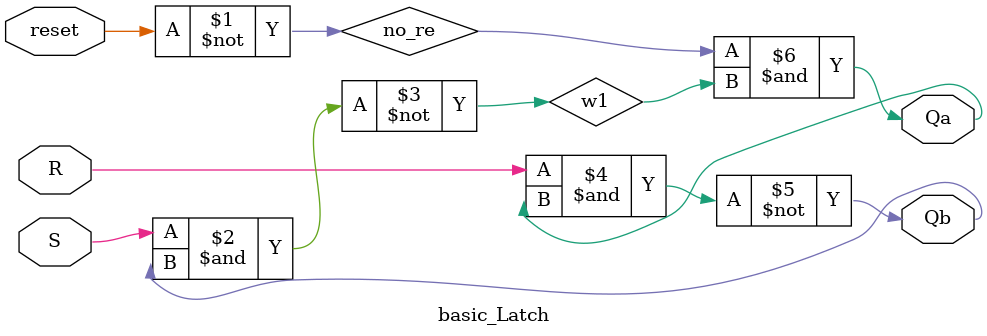
<source format=sv>
`timescale 1ns / 1ps

module basic_Latch(
input R,input S,input reset,output Qa,output Qb
    );
    logic no_re,w1;

    assign no_re=~reset;
    
    assign w1=~(S&Qb);
    
    assign Qb=~(R&Qa);
    
    assign Qa=(no_re&w1);
    //assign Qa=(Qa&no_re);

endmodule

</source>
